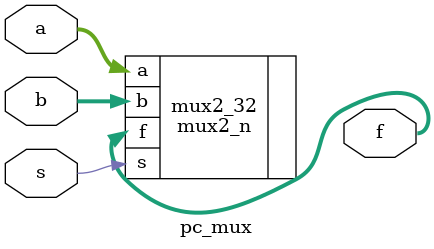
<source format=v>
`ifndef _pc_mux_v_
`define _pc_mux_v_
`endif

`ifndef _mux2_n_v_
`include "modules/mux2_n.v"
`endif

module pc_mux(a,b,s,f);
  
  input [31:0] a,b;
  input s;
  output [31:0] f;
  
  mux2_n #(32) mux2_32(.a(a), .b(b), .s(s), .f(f));


endmodule
</source>
